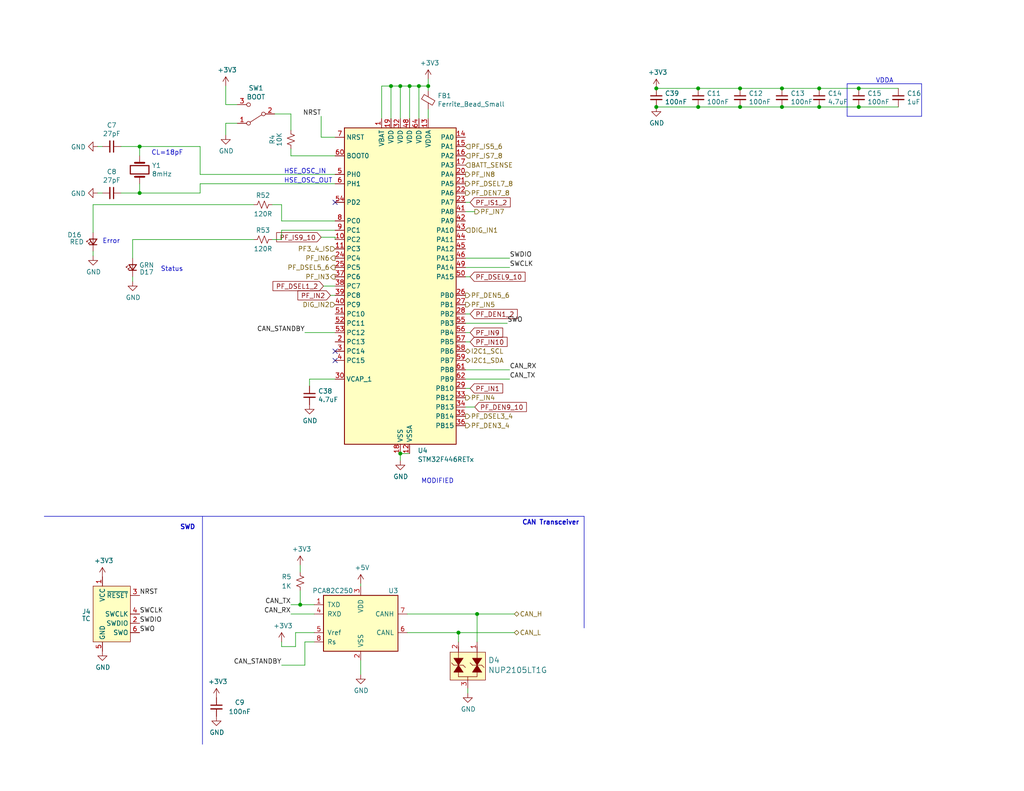
<source format=kicad_sch>
(kicad_sch (version 20250114) (generator "eeschema") (generator_version "9.0")
  (paper "USLetter")
  (title_block (title "dingoPDM") (date "2025-06-16") (rev "v7.5") (comment 3 "github.com/corygrant") (comment 4 "Cory Grant"))
  (lib_symbols
    (symbol "Connector:Conn_ARM_SWD_TagConnect_TC2030-NL" (in_bom no)
      (property "Reference" "J" (at 2.54 11.43 0))
      (property "Value" "Conn_ARM_SWD_TagConnect_TC2030-NL" (at 2.54 8.89 0))
      (symbol "Conn_ARM_SWD_TagConnect_TC2030-NL_0_0"
        (pin power_in line (at -2.54 10.16 270) (length 2.54) (name "VCC") (number "1"))
        (pin power_in line (at -2.54 -10.16 90) (length 2.54) (name "GND") (number "5"))
        (pin open_collector line (at 7.62 5.08 180) (length 2.54) (name "~{RESET}") (number "3"))
        (pin output line (at 7.62 0 180) (length 2.54) (name "SWCLK") (number "4"))
        (pin bidirectional line (at 7.62 -2.54 180) (length 2.54) (name "SWDIO") (number "2"))
        (pin input line (at 7.62 -5.08 180) (length 2.54) (name "SWO") (number "6"))
      )
      (symbol "Conn_ARM_SWD_TagConnect_TC2030-NL_0_1"
        (rectangle (start -5.08 7.62) (end 5.08 -7.62) (fill (type background)))
      )
    )
    (symbol "Device:C_Small" (pin_numbers (hide yes)) (pin_names (offset 0.254) (hide yes))
      (property "Reference" "C" (at 0.254 1.778 0))
      (property "Value" "C_Small" (at 0.254 -2.032 0))
      (symbol "C_Small_0_1"
        (polyline (pts (xy -1.524 0.508) (xy 1.524 0.508)) (stroke (width 0.3048)))
        (polyline (pts (xy -1.524 -0.508) (xy 1.524 -0.508)) (stroke (width 0.3302)))
      )
      (symbol "C_Small_1_1"
        (pin passive line (at 0 2.54 270) (length 2.032) (name "~") (number "1"))
        (pin passive line (at 0 -2.54 90) (length 2.032) (name "~") (number "2"))
      )
    )
    (symbol "Device:Crystal" (pin_numbers (hide yes)) (pin_names (offset 1.016) (hide yes))
      (property "Reference" "Y" (at 0 3.81 0))
      (property "Value" "Crystal" (at 0 -3.81 0))
      (symbol "Crystal_0_1"
        (polyline (pts (xy -2.54 0) (xy -1.905 0)))
        (polyline (pts (xy -1.905 -1.27) (xy -1.905 1.27)) (stroke (width 0.508)))
        (rectangle (start -1.143 2.54) (end 1.143 -2.54) (stroke (width 0.3048)))
        (polyline (pts (xy 1.905 -1.27) (xy 1.905 1.27)) (stroke (width 0.508)))
        (polyline (pts (xy 2.54 0) (xy 1.905 0)))
      )
      (symbol "Crystal_1_1"
        (pin passive line (at -3.81 0 0) (length 1.27) (name "1") (number "1"))
        (pin passive line (at 3.81 0 180) (length 1.27) (name "2") (number "2"))
      )
    )
    (symbol "Device:Ferrite_Bead_Small" (pin_numbers (hide yes)) (pin_names (offset 0))
      (property "Reference" "FB" (at 1.905 1.27 0))
      (property "Value" "Device_Ferrite_Bead_Small" (at 1.905 -1.27 0))
      (symbol "Ferrite_Bead_Small_0_1"
        (polyline (pts (xy -1.8288 0.2794) (xy -1.1176 1.4986) (xy 1.8288 -0.2032) (xy 1.1176 -1.4224) (xy -1.8288 0.2794)))
        (polyline (pts (xy 0 0.889) (xy 0 1.2954)))
        (polyline (pts (xy 0 -1.27) (xy 0 -0.7874)))
      )
      (symbol "Ferrite_Bead_Small_1_1"
        (pin passive line (at 0 2.54 270) (length 1.27) (name "~") (number "1"))
        (pin passive line (at 0 -2.54 90) (length 1.27) (name "~") (number "2"))
      )
    )
    (symbol "Device:LED_Small" (pin_numbers (hide yes)) (pin_names (offset 0.254) (hide yes))
      (property "Reference" "D" (at -1.27 3.175 0))
      (property "Value" "LED_Small" (at -4.445 -2.54 0))
      (symbol "LED_Small_0_1"
        (polyline (pts (xy -0.762 -1.016) (xy -0.762 1.016)) (stroke (width 0.254)))
        (polyline (pts (xy 0 0.762) (xy -0.508 1.27) (xy -0.254 1.27) (xy -0.508 1.27) (xy -0.508 1.016)))
        (polyline (pts (xy 0.508 1.27) (xy 0 1.778) (xy 0.254 1.778) (xy 0 1.778) (xy 0 1.524)))
        (polyline (pts (xy 0.762 -1.016) (xy -0.762 0) (xy 0.762 1.016) (xy 0.762 -1.016)) (stroke (width 0.254)))
        (polyline (pts (xy 1.016 0) (xy -0.762 0)))
      )
      (symbol "LED_Small_1_1"
        (pin passive line (at -2.54 0 0) (length 1.778) (name "K") (number "1"))
        (pin passive line (at 2.54 0 180) (length 1.778) (name "A") (number "2"))
      )
    )
    (symbol "Device:R_Small_US" (pin_numbers (hide yes)) (pin_names (offset 0.254) (hide yes))
      (property "Reference" "R" (at 0.762 0.508 0))
      (property "Value" "R_Small_US" (at 0.762 -1.016 0))
      (symbol "R_Small_US_1_1"
        (polyline (pts (xy 0 1.524) (xy 1.016 1.143) (xy 0 0.762) (xy -1.016 0.381) (xy 0 0)))
        (polyline (pts (xy 0 0) (xy 1.016 -0.381) (xy 0 -0.762) (xy -1.016 -1.143) (xy 0 -1.524)))
        (pin passive line (at 0 2.54 270) (length 1.016) (name "~") (number "1"))
        (pin passive line (at 0 -2.54 90) (length 1.016) (name "~") (number "2"))
      )
    )
    (symbol "Interface_CAN_LIN:MCP2551-I-SN" (pin_names (offset 1.016))
      (property "Reference" "U" (at -10.16 8.89 0))
      (property "Value" "MCP2551-I-SN" (at 2.54 8.89 0))
      (symbol "MCP2551-I-SN_0_1"
        (rectangle (start -10.16 7.62) (end 10.16 -7.62) (stroke (width 0.254)) (fill (type background)))
      )
      (symbol "MCP2551-I-SN_1_1"
        (pin input line (at -12.7 5.08 0) (length 2.54) (name "TXD") (number "1"))
        (pin output line (at -12.7 2.54 0) (length 2.54) (name "RXD") (number "4"))
        (pin power_out line (at -12.7 -2.54 0) (length 2.54) (name "Vref") (number "5"))
        (pin input line (at -12.7 -5.08 0) (length 2.54) (name "Rs") (number "8"))
        (pin power_in line (at 0 10.16 270) (length 2.54) (name "VDD") (number "3"))
        (pin power_in line (at 0 -10.16 90) (length 2.54) (name "VSS") (number "2"))
        (pin bidirectional line (at 12.7 2.54 180) (length 2.54) (name "CANH") (number "7"))
        (pin bidirectional line (at 12.7 -2.54 180) (length 2.54) (name "CANL") (number "6"))
      )
    )
    (symbol "MCU_ST_STM32F4:STM32F446RETx"
      (property "Reference" "U" (at -15.24 44.45 0))
      (property "Value" "STM32F446RETx" (at 10.16 44.45 0))
      (symbol "STM32F446RETx_0_1"
        (rectangle (start -15.24 -43.18) (end 15.24 43.18) (stroke (width 0.254)) (fill (type background)))
      )
      (symbol "STM32F446RETx_1_1"
        (pin input line (at -17.78 40.64 0) (length 2.54) (name "NRST") (number "7"))
        (pin input line (at -17.78 35.56 0) (length 2.54) (name "BOOT0") (number "60"))
        (pin bidirectional line (at -17.78 30.48 0) (length 2.54) (name "PH0") (number "5"))
        (pin bidirectional line (at -17.78 27.94 0) (length 2.54) (name "PH1") (number "6"))
        (pin bidirectional line (at -17.78 22.86 0) (length 2.54) (name "PD2") (number "54"))
        (pin bidirectional line (at -17.78 17.78 0) (length 2.54) (name "PC0") (number "8"))
        (pin bidirectional line (at -17.78 15.24 0) (length 2.54) (name "PC1") (number "9"))
        (pin bidirectional line (at -17.78 12.7 0) (length 2.54) (name "PC2") (number "10"))
        (pin bidirectional line (at -17.78 10.16 0) (length 2.54) (name "PC3") (number "11"))
        (pin bidirectional line (at -17.78 7.62 0) (length 2.54) (name "PC4") (number "24"))
        (pin bidirectional line (at -17.78 5.08 0) (length 2.54) (name "PC5") (number "25"))
        (pin bidirectional line (at -17.78 2.54 0) (length 2.54) (name "PC6") (number "37"))
        (pin bidirectional line (at -17.78 0 0) (length 2.54) (name "PC7") (number "38"))
        (pin bidirectional line (at -17.78 -2.54 0) (length 2.54) (name "PC8") (number "39"))
        (pin bidirectional line (at -17.78 -5.08 0) (length 2.54) (name "PC9") (number "40"))
        (pin bidirectional line (at -17.78 -7.62 0) (length 2.54) (name "PC10") (number "51"))
        (pin bidirectional line (at -17.78 -10.16 0) (length 2.54) (name "PC11") (number "52"))
        (pin bidirectional line (at -17.78 -12.7 0) (length 2.54) (name "PC12") (number "53"))
        (pin bidirectional line (at -17.78 -15.24 0) (length 2.54) (name "PC13") (number "2"))
        (pin bidirectional line (at -17.78 -17.78 0) (length 2.54) (name "PC14") (number "3"))
        (pin bidirectional line (at -17.78 -20.32 0) (length 2.54) (name "PC15") (number "4"))
        (pin power_out line (at -17.78 -25.4 0) (length 2.54) (name "VCAP_1") (number "30"))
        (pin power_in line (at -5.08 45.72 270) (length 2.54) (name "VBAT") (number "1"))
        (pin power_in line (at -2.54 45.72 270) (length 2.54) (name "VDD") (number "19"))
        (pin power_in line (at 0 45.72 270) (length 2.54) (name "VDD") (number "32"))
        (pin power_in line (at 0 -45.72 90) (length 2.54) (name "VSS") (number "18"))
        (pin passive line (at 0 -45.72 90) (length 2.54) (hide yes) (name "VSS") (number "31"))
        (pin passive line (at 0 -45.72 90) (length 2.54) (hide yes) (name "VSS") (number "47"))
        (pin passive line (at 0 -45.72 90) (length 2.54) (hide yes) (name "VSS") (number "63"))
        (pin power_in line (at 2.54 45.72 270) (length 2.54) (name "VDD") (number "48"))
        (pin power_in line (at 2.54 -45.72 90) (length 2.54) (name "VSSA") (number "12"))
        (pin power_in line (at 5.08 45.72 270) (length 2.54) (name "VDD") (number "64"))
        (pin power_in line (at 7.62 45.72 270) (length 2.54) (name "VDDA") (number "13"))
        (pin bidirectional line (at 17.78 40.64 180) (length 2.54) (name "PA0") (number "14"))
        (pin bidirectional line (at 17.78 38.1 180) (length 2.54) (name "PA1") (number "15"))
        (pin bidirectional line (at 17.78 35.56 180) (length 2.54) (name "PA2") (number "16"))
        (pin bidirectional line (at 17.78 33.02 180) (length 2.54) (name "PA3") (number "17"))
        (pin bidirectional line (at 17.78 30.48 180) (length 2.54) (name "PA4") (number "20"))
        (pin bidirectional line (at 17.78 27.94 180) (length 2.54) (name "PA5") (number "21"))
        (pin bidirectional line (at 17.78 25.4 180) (length 2.54) (name "PA6") (number "22"))
        (pin bidirectional line (at 17.78 22.86 180) (length 2.54) (name "PA7") (number "23"))
        (pin bidirectional line (at 17.78 20.32 180) (length 2.54) (name "PA8") (number "41"))
        (pin bidirectional line (at 17.78 17.78 180) (length 2.54) (name "PA9") (number "42"))
        (pin bidirectional line (at 17.78 15.24 180) (length 2.54) (name "PA10") (number "43"))
        (pin bidirectional line (at 17.78 12.7 180) (length 2.54) (name "PA11") (number "44"))
        (pin bidirectional line (at 17.78 10.16 180) (length 2.54) (name "PA12") (number "45"))
        (pin bidirectional line (at 17.78 7.62 180) (length 2.54) (name "PA13") (number "46"))
        (pin bidirectional line (at 17.78 5.08 180) (length 2.54) (name "PA14") (number "49"))
        (pin bidirectional line (at 17.78 2.54 180) (length 2.54) (name "PA15") (number "50"))
        (pin bidirectional line (at 17.78 -2.54 180) (length 2.54) (name "PB0") (number "26"))
        (pin bidirectional line (at 17.78 -5.08 180) (length 2.54) (name "PB1") (number "27"))
        (pin bidirectional line (at 17.78 -7.62 180) (length 2.54) (name "PB2") (number "28"))
        (pin bidirectional line (at 17.78 -10.16 180) (length 2.54) (name "PB3") (number "55"))
        (pin bidirectional line (at 17.78 -12.7 180) (length 2.54) (name "PB4") (number "56"))
        (pin bidirectional line (at 17.78 -15.24 180) (length 2.54) (name "PB5") (number "57"))
        (pin bidirectional line (at 17.78 -17.78 180) (length 2.54) (name "PB6") (number "58"))
        (pin bidirectional line (at 17.78 -20.32 180) (length 2.54) (name "PB7") (number "59"))
        (pin bidirectional line (at 17.78 -22.86 180) (length 2.54) (name "PB8") (number "61"))
        (pin bidirectional line (at 17.78 -25.4 180) (length 2.54) (name "PB9") (number "62"))
        (pin bidirectional line (at 17.78 -27.94 180) (length 2.54) (name "PB10") (number "29"))
        (pin bidirectional line (at 17.78 -30.48 180) (length 2.54) (name "PB12") (number "33"))
        (pin bidirectional line (at 17.78 -33.02 180) (length 2.54) (name "PB13") (number "34"))
        (pin bidirectional line (at 17.78 -35.56 180) (length 2.54) (name "PB14") (number "35"))
        (pin bidirectional line (at 17.78 -38.1 180) (length 2.54) (name "PB15") (number "36"))
      )
    )
    (symbol "Switch:SW_SPDT" (pin_names (offset 0) (hide yes))
      (property "Reference" "SW" (at 0 4.318 0))
      (property "Value" "SW_SPDT" (at 0 -5.08 0))
      (symbol "SW_SPDT_0_0"
        (circle (center -2.032 0) (radius 0.508))
        (circle (center 2.032 -2.54) (radius 0.508))
      )
      (symbol "SW_SPDT_0_1"
        (polyline (pts (xy -1.524 0.254) (xy 1.651 2.286)))
        (circle (center 2.032 2.54) (radius 0.508))
      )
      (symbol "SW_SPDT_1_1"
        (pin passive line (at -5.08 0 0) (length 2.54) (name "B") (number "2"))
        (pin passive line (at 5.08 2.54 180) (length 2.54) (name "A") (number "1"))
        (pin passive line (at 5.08 -2.54 180) (length 2.54) (name "C") (number "3"))
      )
    )
    (symbol "dk_TVS-Diodes:NUP2105LT1G" (pin_names (offset 1.016))
      (property "Reference" "D" (at -4.826 5.842 0))
      (property "Value" "NUP2105LT1G" (at 0 -6.35 0))
      (symbol "NUP2105LT1G_0_1"
        (polyline (pts (xy -6.35 -2.54) (xy -3.175 -2.54)))
        (polyline (pts (xy -3.175 3.81) (xy -3.175 1.27) (xy -1.27 2.54) (xy -3.175 3.81)) (fill (type outline)))
        (polyline (pts (xy -3.175 2.54) (xy -6.35 2.54)))
        (polyline (pts (xy -3.175 -1.27) (xy -3.175 -3.81) (xy -1.27 -2.54) (xy -3.175 -1.27)) (fill (type outline)))
        (polyline (pts (xy -1.27 3.81) (xy -1.27 1.27)))
        (polyline (pts (xy -1.27 3.81) (xy -0.635 4.445)))
        (polyline (pts (xy -1.27 1.27) (xy -1.905 0.635)))
        (polyline (pts (xy -1.27 -1.27) (xy -1.27 -3.81)))
        (polyline (pts (xy -1.27 -1.27) (xy -0.635 -0.635)))
        (polyline (pts (xy -1.27 -3.81) (xy -1.905 -4.445)))
        (polyline (pts (xy 0.635 3.81) (xy 0.635 1.27) (xy -1.27 2.54) (xy 0.635 3.81)) (fill (type outline)))
        (polyline (pts (xy 0.635 -1.27) (xy 0.635 -3.81) (xy -1.27 -2.54) (xy 0.635 -1.27)) (fill (type outline)))
      )
      (symbol "NUP2105LT1G_1_1"
        (rectangle (start -4.826 4.826) (end 2.794 -4.826) (fill (type background)))
        (polyline (pts (xy -1.27 2.54) (xy 1.8796 2.54) (xy 1.8796 -2.54)))
        (polyline (pts (xy 1.8796 -2.54) (xy 0.4064 -2.54)))
        (polyline (pts (xy 2.54 0) (xy 1.8796 0)))
        (pin passive line (at -7.62 2.54 0) (length 2.54) (name "~") (number "1"))
        (pin passive line (at -7.62 -2.54 0) (length 2.54) (name "~") (number "2"))
        (pin passive line (at 5.08 0 180) (length 2.54) (name "~") (number "3"))
      )
    )
    (symbol "power:+3V3" (power) (pin_names (offset 0))
      (property "Value" "+3V3" (at 0 3.556 0))
      (symbol "+3V3_0_1"
        (polyline (pts (xy -0.762 1.27) (xy 0 2.54)))
        (polyline (pts (xy 0 2.54) (xy 0.762 1.27)))
        (polyline (pts (xy 0 0) (xy 0 2.54)))
      )
      (symbol "+3V3_1_1"
        (pin power_in line (at 0 0 90) (length 0) (hide yes) (name "+3V3") (number "1"))
      )
    )
    (symbol "power:+5V" (power) (pin_names (offset 0))
      (property "Value" "+5V" (at 0 3.556 0))
      (symbol "+5V_0_1"
        (polyline (pts (xy -0.762 1.27) (xy 0 2.54)))
        (polyline (pts (xy 0 2.54) (xy 0.762 1.27)))
        (polyline (pts (xy 0 0) (xy 0 2.54)))
      )
      (symbol "+5V_1_1"
        (pin power_in line (at 0 0 90) (length 0) (hide yes) (name "+5V") (number "1"))
      )
    )
    (symbol "power:GND" (power) (pin_names (offset 0))
      (property "Value" "GND" (at 0 -3.81 0))
      (symbol "GND_0_1"
        (polyline (pts (xy 0 0) (xy 0 -1.27) (xy 1.27 -1.27) (xy 0 -2.54) (xy -1.27 -1.27) (xy 0 -1.27)))
      )
      (symbol "GND_1_1"
        (pin power_in line (at 0 0 270) (length 0) (hide yes) (name "GND") (number "1"))
      )
    )
  )
  (text "SWD" (at 53.34 144.78 0) (effects (font (size 1.27 1.27) (thickness 0.254) (bold yes)) (justify right bottom)))
  (text "Error" (at 27.94 66.675 0) (effects (font (size 1.27 1.27)) (justify left bottom)))
  (text "CAN Transceiver" (at 158.115 143.51 0) (effects (font (size 1.27 1.27) (thickness 0.254) (bold yes)) (justify right bottom)))
  (text "HSE_OSC_IN" (at 77.47 47.625 0) (effects (font (size 1.27 1.27)) (justify left bottom)))
  (text "MODIFIED\n" (at 119.38 131.445 0) (effects (font (size 1.27 1.27))))
  (text "CL=18pF" (at 41.275 42.545 0) (effects (font (size 1.27 1.27)) (justify left bottom)))
  (text "HSE_OSC_OUT" (at 77.47 50.165 0) (effects (font (size 1.27 1.27)) (justify left bottom)))
  (text "VDDA" (at 243.84 22.86 0) (effects (font (size 1.27 1.27)) (justify right bottom)))
  (text "Status" (at 43.815 74.295 0) (effects (font (size 1.27 1.27)) (justify left bottom)))
  (junction (at 190.5 29.21))
  (junction (at 81.915 165.1))
  (junction (at 38.1 40.005))
  (junction (at 223.52 24.13))
  (junction (at 213.36 29.21))
  (junction (at 125.095 172.72))
  (junction (at 201.93 24.13))
  (junction (at 223.52 29.21))
  (junction (at 213.36 24.13))
  (junction (at 234.315 29.21))
  (junction (at 234.315 24.13))
  (junction (at 201.93 29.21))
  (junction (at 38.1 52.705))
  (junction (at 109.22 123.825))
  (junction (at 116.84 23.495))
  (junction (at 130.175 167.64))
  (junction (at 111.76 23.495))
  (junction (at 179.07 29.21))
  (junction (at 179.07 24.13))
  (junction (at 106.68 23.495))
  (junction (at 109.22 23.495))
  (junction (at 190.5 24.13))
  (junction (at 114.3 23.495))
  (no_connect (at 91.44 95.885))
  (no_connect (at 91.44 98.425))
  (no_connect (at 91.44 55.245))
  (wire (pts (xy 190.5 24.13) (xy 201.93 24.13)))
  (wire (pts (xy 179.07 29.21) (xy 190.5 29.21)))
  (wire (pts (xy 79.375 42.545) (xy 79.375 40.64)))
  (wire (pts (xy 87.63 64.77) (xy 91.44 64.77)))
  (wire (pts (xy 83.185 175.26) (xy 83.185 181.61)))
  (polyline (pts (xy 159.385 140.97) (xy 159.385 171.45)))
  (wire (pts (xy 106.68 23.495) (xy 109.22 23.495)))
  (wire (pts (xy 127 106.045) (xy 128.27 106.045)))
  (wire (pts (xy 190.5 29.21) (xy 201.93 29.21)))
  (wire (pts (xy 98.425 159.385) (xy 98.425 160.02)))
  (wire (pts (xy 81.915 161.29) (xy 81.915 165.1)))
  (polyline (pts (xy 251.46 22.86) (xy 251.46 31.75)))
  (wire (pts (xy 91.44 103.505) (xy 84.455 103.505)))
  (wire (pts (xy 234.315 24.13) (xy 245.11 24.13)))
  (wire (pts (xy 234.315 29.21) (xy 245.11 29.21)))
  (wire (pts (xy 111.125 167.64) (xy 130.175 167.64)))
  (wire (pts (xy 109.22 23.495) (xy 109.22 32.385)))
  (wire (pts (xy 74.93 31.115) (xy 79.375 31.115)))
  (wire (pts (xy 127 70.485) (xy 139.065 70.485)))
  (wire (pts (xy 69.215 55.88) (xy 25.4 55.88)))
  (wire (pts (xy 114.3 23.495) (xy 114.3 32.385)))
  (wire (pts (xy 116.84 21.59) (xy 116.84 23.495)))
  (wire (pts (xy 88.265 78.105) (xy 91.44 78.105)))
  (wire (pts (xy 36.195 76.835) (xy 36.195 75.565)))
  (wire (pts (xy 116.84 29.845) (xy 116.84 32.385)))
  (wire (pts (xy 38.1 40.005) (xy 54.61 40.005)))
  (wire (pts (xy 76.835 176.53) (xy 76.835 175.26)))
  (wire (pts (xy 64.77 33.655) (xy 61.595 33.655)))
  (wire (pts (xy 127.635 189.23) (xy 127.635 187.96)))
  (wire (pts (xy 114.3 23.495) (xy 116.84 23.495)))
  (wire (pts (xy 54.61 47.625) (xy 54.61 40.005)))
  (wire (pts (xy 76.835 60.325) (xy 76.835 55.88)))
  (wire (pts (xy 79.375 167.64) (xy 85.725 167.64)))
  (wire (pts (xy 127 100.965) (xy 139.065 100.965)))
  (wire (pts (xy 83.185 181.61) (xy 76.835 181.61)))
  (wire (pts (xy 54.61 50.165) (xy 54.61 52.705)))
  (polyline (pts (xy 231.14 22.86) (xy 251.46 22.86)))
  (wire (pts (xy 213.36 29.21) (xy 223.52 29.21)))
  (wire (pts (xy 111.76 23.495) (xy 111.76 32.385)))
  (wire (pts (xy 83.185 90.805) (xy 91.44 90.805)))
  (wire (pts (xy 38.1 42.545) (xy 38.1 40.005)))
  (wire (pts (xy 127 55.245) (xy 128.27 55.245)))
  (wire (pts (xy 85.725 175.26) (xy 83.185 175.26)))
  (wire (pts (xy 201.93 24.13) (xy 213.36 24.13)))
  (polyline (pts (xy 231.14 31.75) (xy 231.14 22.86)))
  (wire (pts (xy 213.36 24.13) (xy 223.52 24.13)))
  (wire (pts (xy 179.07 24.13) (xy 190.5 24.13)))
  (wire (pts (xy 81.915 165.1) (xy 85.725 165.1)))
  (wire (pts (xy 61.595 33.655) (xy 61.595 36.83)))
  (wire (pts (xy 91.44 37.465) (xy 87.63 37.465)))
  (wire (pts (xy 87.63 37.465) (xy 87.63 31.75)))
  (wire (pts (xy 79.375 35.56) (xy 79.375 31.115)))
  (wire (pts (xy 111.76 23.495) (xy 114.3 23.495)))
  (wire (pts (xy 38.1 52.705) (xy 54.61 52.705)))
  (wire (pts (xy 33.02 52.705) (xy 38.1 52.705)))
  (wire (pts (xy 54.61 50.165) (xy 91.44 50.165)))
  (wire (pts (xy 80.645 172.72) (xy 80.645 176.53)))
  (wire (pts (xy 127 103.505) (xy 139.065 103.505)))
  (wire (pts (xy 79.375 165.1) (xy 81.915 165.1)))
  (wire (pts (xy 91.44 47.625) (xy 54.61 47.625)))
  (wire (pts (xy 76.835 65.405) (xy 74.295 65.405)))
  (wire (pts (xy 76.835 62.865) (xy 76.835 65.405)))
  (wire (pts (xy 98.425 184.15) (xy 98.425 180.34)))
  (wire (pts (xy 127 93.345) (xy 128.27 93.345)))
  (wire (pts (xy 91.44 42.545) (xy 79.375 42.545)))
  (wire (pts (xy 127 111.125) (xy 129.54 111.125)))
  (wire (pts (xy 104.14 23.495) (xy 106.68 23.495)))
  (wire (pts (xy 76.835 55.88) (xy 74.295 55.88)))
  (wire (pts (xy 38.1 40.005) (xy 33.02 40.005)))
  (wire (pts (xy 125.095 175.26) (xy 125.095 172.72)))
  (wire (pts (xy 91.44 64.77) (xy 91.44 65.405)))
  (wire (pts (xy 84.455 103.505) (xy 84.455 105.41)))
  (wire (pts (xy 127 90.805) (xy 128.27 90.805)))
  (wire (pts (xy 25.4 55.88) (xy 25.4 63.5)))
  (polyline (pts (xy 251.46 31.75) (xy 231.14 31.75)))
  (wire (pts (xy 91.44 60.325) (xy 76.835 60.325)))
  (wire (pts (xy 109.22 23.495) (xy 111.76 23.495)))
  (wire (pts (xy 90.17 80.645) (xy 91.44 80.645)))
  (wire (pts (xy 106.68 23.495) (xy 106.68 32.385)))
  (wire (pts (xy 223.52 24.13) (xy 234.315 24.13)))
  (wire (pts (xy 127 73.025) (xy 139.065 73.025)))
  (wire (pts (xy 64.77 28.575) (xy 61.595 28.575)))
  (wire (pts (xy 25.4 69.85) (xy 25.4 68.58)))
  (wire (pts (xy 91.44 62.865) (xy 76.835 62.865)))
  (wire (pts (xy 26.67 52.705) (xy 27.94 52.705)))
  (polyline (pts (xy 55.245 140.97) (xy 55.245 203.2)))
  (wire (pts (xy 61.595 28.575) (xy 61.595 23.495)))
  (wire (pts (xy 27.94 40.005) (xy 26.67 40.005)))
  (wire (pts (xy 127 85.725) (xy 128.27 85.725)))
  (wire (pts (xy 85.725 172.72) (xy 80.645 172.72)))
  (wire (pts (xy 127 57.785) (xy 129.54 57.785)))
  (wire (pts (xy 81.915 154.305) (xy 81.915 156.21)))
  (wire (pts (xy 111.76 123.825) (xy 109.22 123.825)))
  (wire (pts (xy 69.215 65.405) (xy 36.195 65.405)))
  (wire (pts (xy 38.1 50.165) (xy 38.1 52.705)))
  (polyline (pts (xy 12.065 140.97) (xy 159.385 140.97)))
  (wire (pts (xy 127 75.565) (xy 128.27 75.565)))
  (wire (pts (xy 109.22 123.825) (xy 109.22 125.73)))
  (wire (pts (xy 201.93 29.21) (xy 213.36 29.21)))
  (wire (pts (xy 116.84 23.495) (xy 116.84 24.765)))
  (wire (pts (xy 127 88.265) (xy 138.43 88.265)))
  (wire (pts (xy 36.195 65.405) (xy 36.195 70.485)))
  (wire (pts (xy 130.175 175.26) (xy 130.175 167.64)))
  (wire (pts (xy 125.095 172.72) (xy 140.335 172.72)))
  (wire (pts (xy 80.645 176.53) (xy 76.835 176.53)))
  (wire (pts (xy 111.125 172.72) (xy 125.095 172.72)))
  (wire (pts (xy 223.52 29.21) (xy 234.315 29.21)))
  (wire (pts (xy 130.175 167.64) (xy 140.335 167.64)))
  (wire (pts (xy 104.14 32.385) (xy 104.14 23.495)))
  (label "NRST" (at 87.63 31.75 180))
  (label "SWDIO" (at 139.065 70.485 0))
  (label "SWCLK" (at 38.1 167.64 0))
  (label "SWCLK" (at 139.065 73.025 0))
  (label "SWDIO" (at 38.1 170.18 0))
  (label "CAN_TX" (at 79.375 165.1 180))
  (label "SWO" (at 138.43 88.265 0))
  (label "CAN_STANDBY" (at 76.835 181.61 180))
  (label "CAN_STANDBY" (at 83.185 90.805 180))
  (label "CAN_RX" (at 79.375 167.64 180))
  (label "SWO" (at 38.1 172.72 0))
  (label "CAN_TX" (at 139.065 103.505 0))
  (label "NRST" (at 38.1 162.56 0))
  (label "CAN_RX" (at 139.065 100.965 0))
  (global_label "PF_DSEL1_2" (shape input) (at 88.265 78.105 180) (property "Intersheetrefs" "${INTERSHEET_REFS}" (effects (hide yes))))
  (global_label "PF_IS9_10" (shape input) (at 87.63 64.77 180) (property "Intersheetrefs" "${INTERSHEET_REFS}" (effects (hide yes))))
  (global_label "PF_DSEL9_10" (shape input) (at 128.27 75.565 0) (property "Intersheetrefs" "${INTERSHEET_REFS}" (effects (hide yes))))
  (global_label "PF_IN2" (shape input) (at 90.17 80.645 180) (property "Intersheetrefs" "${INTERSHEET_REFS}" (effects (hide yes))))
  (global_label "PF_DEN1_2" (shape input) (at 128.27 85.725 0) (property "Intersheetrefs" "${INTERSHEET_REFS}" (effects (hide yes))))
  (global_label "PF_IS1_2" (shape input) (at 128.27 55.245 0) (property "Intersheetrefs" "${INTERSHEET_REFS}" (effects (hide yes))))
  (global_label "PF_IN10" (shape input) (at 128.27 93.345 0) (property "Intersheetrefs" "${INTERSHEET_REFS}" (effects (hide yes))))
  (global_label "PF_DEN9_10" (shape input) (at 129.54 111.125 0) (property "Intersheetrefs" "${INTERSHEET_REFS}" (effects (hide yes))))
  (global_label "PF_IN1" (shape input) (at 128.27 106.045 0) (property "Intersheetrefs" "${INTERSHEET_REFS}" (effects (hide yes))))
  (global_label "PF_IN9" (shape input) (at 128.27 90.805 0) (property "Intersheetrefs" "${INTERSHEET_REFS}" (effects (hide yes))))
  (hierarchical_label "PF_DSEL7_8" (shape output) (at 127 50.165 0))
  (hierarchical_label "PF_IN7" (shape output) (at 129.54 57.785 0))
  (hierarchical_label "BATT_SENSE" (shape input) (at 127 45.085 0))
  (hierarchical_label "PF_IN5" (shape output) (at 127 83.185 0))
  (hierarchical_label "PF_DEN7_8" (shape output) (at 127 52.705 0))
  (hierarchical_label "DIG_IN1" (shape input) (at 127 62.865 0))
  (hierarchical_label "CAN_L" (shape bidirectional) (at 140.335 172.72 0))
  (hierarchical_label "DIG_IN2" (shape input) (at 91.44 83.185 180))
  (hierarchical_label "PF_DSEL3_4" (shape output) (at 127 113.665 0))
  (hierarchical_label "PF_IS7_8" (shape input) (at 127 42.545 0))
  (hierarchical_label "PF_DEN5_6" (shape output) (at 127 80.645 0))
  (hierarchical_label "CAN_H" (shape bidirectional) (at 140.335 167.64 0))
  (hierarchical_label "PF_DSEL5_6" (shape output) (at 91.44 73.025 180))
  (hierarchical_label "PF_IN3" (shape output) (at 91.44 75.565 180))
  (hierarchical_label "PF_IN4" (shape output) (at 127 108.585 0))
  (hierarchical_label "PF_IN8" (shape output) (at 127 47.625 0))
  (hierarchical_label "PF_DEN3_4" (shape output) (at 127 116.205 0))
  (hierarchical_label "PF_IN6" (shape output) (at 91.44 70.485 180))
  (hierarchical_label "I2C1_SDA" (shape bidirectional) (at 127 98.425 0))
  (hierarchical_label "PF_IS5_6" (shape input) (at 127 40.005 0))
  (hierarchical_label "I2C1_SCL" (shape bidirectional) (at 127 95.885 0))
  (hierarchical_label "PF3_4_IS" (shape input) (at 91.44 67.945 180))
  (symbol (lib_id "Device:Crystal") (at 38.1 46.355 270) (unit 1)
    (property "Reference" "Y1" (at 41.4274 45.1866 90) (effects (justify left)))
    (property "Value" "8mHz" (at 41.4274 47.498 90) (effects (justify left)))
    (property "Footprint" "dingoPDM:Crystal_SMD_5032-2Pin_5.0x3.2mm_HandSoldering" (effects (hide yes)))
    (property "Digi-Key_PN" "535-10630-1-ND" (effects (hide yes)))
    (property "LCSC" "C144380" (effects (hide yes)))
  )
  (symbol (lib_id "Device:C_Small") (at 30.48 40.005 270) (unit 1)
    (property "Reference" "C7" (at 30.48 34.1884 90))
    (property "Value" "27pF" (at 30.48 36.4998 90))
    (property "Footprint" "Capacitor_SMD:C_0805_2012Metric" (effects (hide yes)))
    (property "Digi-Key_PN" "478-10518-1-ND" (effects (hide yes)))
    (property "LCSC" "C1808" (effects (hide yes)))
  )
  (symbol (lib_id "Device:C_Small") (at 30.48 52.705 270) (unit 1)
    (property "Reference" "C8" (at 30.48 46.8884 90))
    (property "Value" "27pF" (at 30.48 49.1998 90))
    (property "Footprint" "Capacitor_SMD:C_0805_2012Metric" (effects (hide yes)))
    (property "Digi-Key_PN" "478-10518-1-ND" (effects (hide yes)))
    (property "LCSC" "C1808" (effects (hide yes)))
  )
  (symbol (lib_id "power:GND") (at 26.67 52.705 270) (unit 1)
    (property "Reference" "#PWR021" (effects (hide yes)))
    (property "Value" "GND" (at 23.4188 52.832 90) (effects (justify right)))
  )
  (symbol (lib_id "power:GND") (at 26.67 40.005 270) (unit 1)
    (property "Reference" "#PWR020" (effects (hide yes)))
    (property "Value" "GND" (at 23.4188 40.132 90) (effects (justify right)))
  )
  (symbol (lib_id "Device:Ferrite_Bead_Small") (at 116.84 27.305 0) (unit 1)
    (property "Reference" "FB1" (at 119.38 26.1366 0) (effects (justify left)))
    (property "Value" "Ferrite_Bead_Small" (at 119.38 28.448 0) (effects (justify left)))
    (property "Footprint" "Resistor_SMD:R_0805_2012Metric" (effects (hide yes)))
    (property "Digi-Key_PN" "490-1054-1-ND" (effects (hide yes)))
    (property "LCSC" "C85840" (effects (hide yes)))
  )
  (symbol (lib_id "Device:R_Small_US") (at 79.375 38.1 0) (unit 1)
    (property "Reference" "R4" (at 74.295 38.1 90))
    (property "Value" "10K" (at 76.2 38.1 90))
    (property "Footprint" "Resistor_SMD:R_0805_2012Metric" (effects (hide yes)))
    (property "Digi-Key_PN" "311-10.0KCRDKR-ND" (effects (hide yes)))
    (property "LCSC" "C17414" (effects (hide yes)))
  )
  (symbol (lib_id "power:+5V") (at 98.425 159.385 0) (unit 1)
    (property "Reference" "#PWR030" (effects (hide yes)))
    (property "Value" "+5V" (at 98.806 154.9908 0))
  )
  (symbol (lib_id "Device:C_Small") (at 190.5 26.67 0) (unit 1)
    (property "Reference" "C11" (at 192.8368 25.5016 0) (effects (justify left)))
    (property "Value" "100nF" (at 192.8368 27.813 0) (effects (justify left)))
    (property "Footprint" "Capacitor_SMD:C_0805_2012Metric" (effects (hide yes)))
    (property "Digi-Key_PN" "478-1395-1-ND" (effects (hide yes)))
    (property "LCSC" "C49678" (effects (hide yes)))
  )
  (symbol (lib_id "Device:C_Small") (at 201.93 26.67 0) (unit 1)
    (property "Reference" "C12" (at 204.2668 25.5016 0) (effects (justify left)))
    (property "Value" "100nF" (at 204.2668 27.813 0) (effects (justify left)))
    (property "Footprint" "Capacitor_SMD:C_0805_2012Metric" (effects (hide yes)))
    (property "Digi-Key_PN" "478-1395-1-ND" (effects (hide yes)))
    (property "LCSC" "C49678" (effects (hide yes)))
  )
  (symbol (lib_id "Device:C_Small") (at 213.36 26.67 0) (unit 1)
    (property "Reference" "C13" (at 215.6968 25.5016 0) (effects (justify left)))
    (property "Value" "100nF" (at 215.6968 27.813 0) (effects (justify left)))
    (property "Footprint" "Capacitor_SMD:C_0805_2012Metric" (effects (hide yes)))
    (property "Digi-Key_PN" "478-1395-1-ND" (effects (hide yes)))
    (property "LCSC" "C49678" (effects (hide yes)))
  )
  (symbol (lib_id "Device:C_Small") (at 223.52 26.67 0) (unit 1)
    (property "Reference" "C14" (at 225.8568 25.5016 0) (effects (justify left)))
    (property "Value" "4.7uF" (at 225.8568 27.813 0) (effects (justify left)))
    (property "Footprint" "Capacitor_SMD:C_0805_2012Metric" (effects (hide yes)))
    (property "Digi-Key_PN" "1276-2873-1-ND" (effects (hide yes)))
    (property "LCSC" "C1779" (effects (hide yes)))
  )
  (symbol (lib_id "Device:C_Small") (at 245.11 26.67 0) (unit 1)
    (property "Reference" "C16" (at 247.4468 25.5016 0) (effects (justify left)))
    (property "Value" "1uF" (at 247.4468 27.813 0) (effects (justify left)))
    (property "Footprint" "Capacitor_SMD:C_0805_2012Metric" (effects (hide yes)))
    (property "Digi-Key_PN" "311-1365-1-ND" (effects (hide yes)))
    (property "LCSC" "C28323" (effects (hide yes)))
  )
  (symbol (lib_id "power:GND") (at 179.07 29.21 0) (unit 1)
    (property "Reference" "#PWR036" (effects (hide yes)))
    (property "Value" "GND" (at 179.197 33.6042 0))
  )
  (symbol (lib_id "power:GND") (at 61.595 36.83 0) (unit 1)
    (property "Reference" "#PWR026" (effects (hide yes)))
    (property "Value" "GND" (at 61.722 41.2242 0))
  )
  (symbol (lib_id "power:GND") (at 27.94 177.8 0) (unit 1)
    (property "Reference" "#PWR023" (effects (hide yes)))
    (property "Value" "GND" (at 28.067 182.1942 0))
  )
  (symbol (lib_id "power:+3V3") (at 27.94 157.48 0) (unit 1)
    (property "Reference" "#PWR022" (effects (hide yes)))
    (property "Value" "+3V3" (at 28.321 153.0858 0))
  )
  (symbol (lib_id "power:+3V3") (at 116.84 21.59 0) (unit 1)
    (property "Reference" "#PWR033" (effects (hide yes)))
    (property "Value" "+3V3" (at 117.221 17.1958 0))
  )
  (symbol (lib_id "power:+3V3") (at 179.07 24.13 0) (unit 1)
    (property "Reference" "#PWR035" (effects (hide yes)))
    (property "Value" "+3V3" (at 179.451 19.7358 0))
  )
  (symbol (lib_id "Interface_CAN_LIN:MCP2551-I-SN") (at 98.425 170.18 0) (unit 1)
    (property "Reference" "U3" (at 107.315 161.29 0))
    (property "Value" "PCA82C250" (at 90.805 161.29 0))
    (property "Footprint" "Package_SO:SOIC-8_3.9x4.9mm_P1.27mm" (effects (hide yes)))
    (property "Digi-Key_PN" "568-10316-1-ND" (effects (hide yes)))
    (property "LCSC" "C7439" (effects (hide yes)))
  )
  (symbol (lib_id "dk_TVS-Diodes:NUP2105LT1G") (at 127.635 182.88 270) (unit 1)
    (property "Reference" "D4" (at 133.1722 180.2638 90) (effects (font (size 1.524 1.524)) (justify left)))
    (property "Value" "NUP2105LT1G" (at 133.1722 182.9562 90) (effects (font (size 1.524 1.524)) (justify left)))
    (property "Footprint" "dingoPDM:SOT-23-3" (effects (hide yes)))
    (property "Digi-Key_PN" "NUP2105LT1GOSCT-ND" (effects (hide yes)))
    (property "LCSC" "C2976509" (effects (hide yes)))
  )
  (symbol (lib_id "power:GND") (at 98.425 184.15 0) (unit 1)
    (property "Reference" "#PWR031" (effects (hide yes)))
    (property "Value" "GND" (at 98.552 188.5442 0))
  )
  (symbol (lib_id "power:+3V3") (at 76.835 175.26 0) (unit 1)
    (property "Reference" "#PWR027" (effects (hide yes)))
    (property "Value" "+3V3" (at 77.216 170.8658 0))
  )
  (symbol (lib_id "Device:C_Small") (at 59.055 193.04 0) (unit 1)
    (property "Reference" "C9" (at 65.405 191.77 0))
    (property "Value" "100nF" (at 65.405 194.31 0))
    (property "Footprint" "Capacitor_SMD:C_0805_2012Metric" (effects (hide yes)))
    (property "Digi-Key_PN" "478-1395-1-ND" (effects (hide yes)))
    (property "LCSC" "C49678" (effects (hide yes)))
  )
  (symbol (lib_id "power:+3V3") (at 59.055 190.5 0) (unit 1)
    (property "Reference" "#PWR024" (effects (hide yes)))
    (property "Value" "+3V3" (at 59.436 186.1058 0))
  )
  (symbol (lib_id "Device:R_Small_US") (at 81.915 158.75 180) (unit 1)
    (property "Reference" "R5" (at 76.835 157.48 0) (effects (justify right)))
    (property "Value" "1K" (at 76.835 160.02 0) (effects (justify right)))
    (property "Footprint" "Resistor_SMD:R_0805_2012Metric" (effects (hide yes)))
    (property "Digi-Key_PN" "311-1.0KARCT-ND" (effects (hide yes)))
    (property "LCSC" "C17513" (effects (hide yes)))
  )
  (symbol (lib_id "power:GND") (at 59.055 195.58 0) (unit 1)
    (property "Reference" "#PWR025" (effects (hide yes)))
    (property "Value" "GND" (at 59.182 199.9742 0))
  )
  (symbol (lib_id "power:GND") (at 127.635 189.23 0) (unit 1)
    (property "Reference" "#PWR034" (effects (hide yes)))
    (property "Value" "GND" (at 127.762 193.6242 0))
  )
  (symbol (lib_id "power:+3V3") (at 81.915 154.305 0) (unit 1)
    (property "Reference" "#PWR028" (effects (hide yes)))
    (property "Value" "+3V3" (at 82.296 149.9108 0))
  )
  (symbol (lib_id "Device:LED_Small") (at 25.4 66.04 90) (unit 1)
    (property "Reference" "D16" (at 20.32 64.135 90))
    (property "Value" "RED" (at 20.955 66.04 90))
    (property "Footprint" "LED_SMD:LED_0805_2012Metric" (effects (hide yes)))
    (property "Digi-Key_PN" "475-1278-1-ND" (effects (hide yes)))
    (property "LCSC" "C2899997" (effects (hide yes)))
  )
  (symbol (lib_id "power:GND") (at 36.195 76.835 0) (unit 1)
    (property "Reference" "#PWR091" (effects (hide yes)))
    (property "Value" "GND" (at 36.322 81.2292 0))
  )
  (symbol (lib_id "Switch:SW_SPDT") (at 69.85 31.115 180) (unit 1)
    (property "Reference" "SW1" (at 69.85 24.0497 0))
    (property "Value" "BOOT" (at 69.85 26.4739 0))
    (property "Footprint" "dingoPDM:CJS-1200TB" (effects (hide yes)))
    (property "Digi-Key_PN" "563-CJS-1200TB1CT-ND" (effects (hide yes)))
    (property "LCSC" "C2921631" (effects (hide yes)))
  )
  (symbol (lib_id "Device:C_Small") (at 179.07 26.67 0) (unit 1)
    (property "Reference" "C39" (at 181.4068 25.5016 0) (effects (justify left)))
    (property "Value" "100nF" (at 181.4068 27.813 0) (effects (justify left)))
    (property "Footprint" "Capacitor_SMD:C_0805_2012Metric" (effects (hide yes)))
    (property "Digi-Key_PN" "478-1395-1-ND" (effects (hide yes)))
    (property "LCSC" "C49678" (effects (hide yes)))
  )
  (symbol (lib_id "power:GND") (at 109.22 125.73 0) (unit 1)
    (property "Reference" "#PWR087" (effects (hide yes)))
    (property "Value" "GND" (at 109.347 130.1242 0))
  )
  (symbol (lib_id "Device:R_Small_US") (at 71.755 65.405 270) (unit 1)
    (property "Reference" "R53" (at 71.755 62.865 90))
    (property "Value" "120R" (at 71.755 67.945 90))
    (property "Footprint" "Resistor_SMD:R_0805_2012Metric" (effects (hide yes)))
    (property "Digi-Key_PN" "311-120CRCT-ND" (effects (hide yes)))
    (property "LCSC" "C229076" (effects (hide yes)))
  )
  (symbol (lib_id "Device:LED_Small") (at 36.195 73.025 90) (unit 1)
    (property "Reference" "D17" (at 40.005 74.295 90))
    (property "Value" "GRN" (at 40.005 72.39 90))
    (property "Footprint" "LED_SMD:LED_0805_2012Metric" (effects (hide yes)))
    (property "Digi-Key_PN" "475-1410-1-ND" (effects (hide yes)))
    (property "LCSC" "C2899888" (effects (hide yes)))
  )
  (symbol (lib_id "power:GND") (at 25.4 69.85 0) (unit 1)
    (property "Reference" "#PWR090" (effects (hide yes)))
    (property "Value" "GND" (at 25.527 74.2442 0))
  )
  (symbol (lib_id "power:GND") (at 84.455 110.49 0) (unit 1)
    (property "Reference" "#PWR088" (effects (hide yes)))
    (property "Value" "GND" (at 84.582 114.8842 0))
  )
  (symbol (lib_id "Device:C_Small") (at 84.455 107.95 0) (unit 1)
    (property "Reference" "C38" (at 86.7918 106.7816 0) (effects (justify left)))
    (property "Value" "4.7uF" (at 86.7918 109.093 0) (effects (justify left)))
    (property "Footprint" "Capacitor_SMD:C_0805_2012Metric" (effects (hide yes)))
    (property "Digi-Key_PN" "1276-2873-1-ND" (effects (hide yes)))
    (property "LCSC" "C1779" (effects (hide yes)))
  )
  (symbol (lib_id "power:+3V3") (at 61.595 23.495 0) (unit 1)
    (property "Reference" "#PWR073" (effects (hide yes)))
    (property "Value" "+3V3" (at 61.976 19.1008 0))
  )
  (symbol (lib_id "Device:R_Small_US") (at 71.755 55.88 270) (unit 1)
    (property "Reference" "R52" (at 71.755 53.34 90))
    (property "Value" "120R" (at 71.755 58.42 90))
    (property "Footprint" "Resistor_SMD:R_0805_2012Metric" (effects (hide yes)))
    (property "Digi-Key_PN" "311-120CRCT-ND" (effects (hide yes)))
    (property "LCSC" "C229076" (effects (hide yes)))
  )
  (symbol (lib_id "Connector:Conn_ARM_SWD_TagConnect_TC2030-NL") (at 30.48 167.64 0) (unit 1)
    (property "Reference" "J4" (at 24.765 166.9963 0) (effects (justify right)))
    (property "Value" "TC" (at 24.765 168.9173 0) (effects (justify right)))
    (property "Footprint" "Connector:Tag-Connect_TC2030-IDC-NL_2x03_P1.27mm_Vertical" (effects (hide yes)))
  )
  (symbol (lib_id "Device:C_Small") (at 234.315 26.67 0) (unit 1)
    (property "Reference" "C15" (at 236.6518 25.5016 0) (effects (justify left)))
    (property "Value" "100nF" (at 236.6518 27.813 0) (effects (justify left)))
    (property "Footprint" "Capacitor_SMD:C_0805_2012Metric" (effects (hide yes)))
    (property "Digi-Key_PN" "478-1395-1-ND" (effects (hide yes)))
    (property "LCSC" "C49678" (effects (hide yes)))
  )
  (symbol (lib_id "MCU_ST_STM32F4:STM32F446RETx") (at 109.22 78.105 0) (unit 1)
    (property "Reference" "U4" (at 113.9541 123.0051 0) (effects (justify left)))
    (property "Value" "STM32F446RETx" (at 113.9541 125.4293 0) (effects (justify left)))
    (property "Footprint" "Package_QFP:LQFP-64_10x10mm_P0.5mm" (effects (hide yes)))
    (property "Datasheet" "https://www.st.com/resource/en/datasheet/stm32f446re.pdf" (effects (hide yes)))
    (property "Digi-Key_PN" "497-15376-ND" (effects (hide yes)))
    (property "LCSC" "C69336" (effects (hide yes)))
  )
)
</source>
